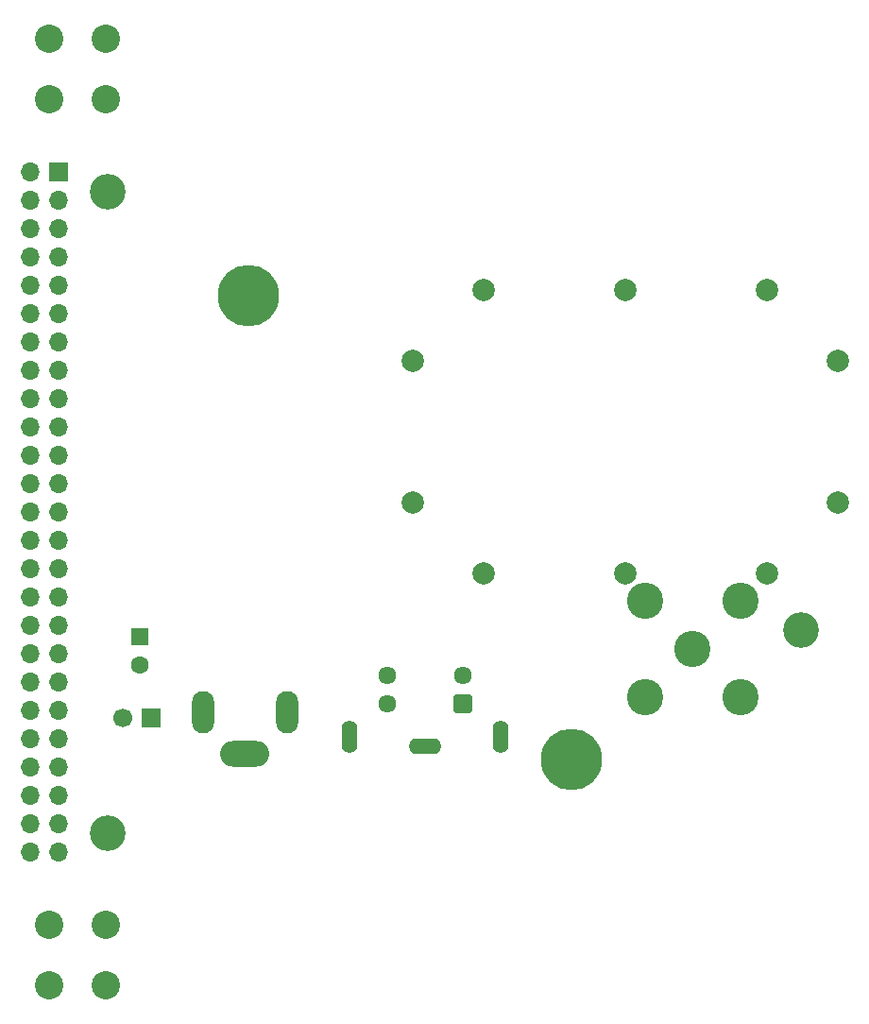
<source format=gbr>
%TF.GenerationSoftware,KiCad,Pcbnew,9.0.1+dfsg-1*%
%TF.CreationDate,2025-05-30T18:40:16+03:00*%
%TF.ProjectId,legacy_av_in,6c656761-6379-45f6-9176-5f696e2e6b69,rev?*%
%TF.SameCoordinates,Original*%
%TF.FileFunction,Soldermask,Bot*%
%TF.FilePolarity,Negative*%
%FSLAX46Y46*%
G04 Gerber Fmt 4.6, Leading zero omitted, Abs format (unit mm)*
G04 Created by KiCad (PCBNEW 9.0.1+dfsg-1) date 2025-05-30 18:40:16*
%MOMM*%
%LPD*%
G01*
G04 APERTURE LIST*
G04 Aperture macros list*
%AMRoundRect*
0 Rectangle with rounded corners*
0 $1 Rounding radius*
0 $2 $3 $4 $5 $6 $7 $8 $9 X,Y pos of 4 corners*
0 Add a 4 corners polygon primitive as box body*
4,1,4,$2,$3,$4,$5,$6,$7,$8,$9,$2,$3,0*
0 Add four circle primitives for the rounded corners*
1,1,$1+$1,$2,$3*
1,1,$1+$1,$4,$5*
1,1,$1+$1,$6,$7*
1,1,$1+$1,$8,$9*
0 Add four rect primitives between the rounded corners*
20,1,$1+$1,$2,$3,$4,$5,0*
20,1,$1+$1,$4,$5,$6,$7,0*
20,1,$1+$1,$6,$7,$8,$9,0*
20,1,$1+$1,$8,$9,$2,$3,0*%
G04 Aperture macros list end*
%ADD10R,1.700000X1.700000*%
%ADD11O,1.700000X1.700000*%
%ADD12C,2.540000*%
%ADD13C,3.200000*%
%ADD14C,2.000000*%
%ADD15C,5.500000*%
%ADD16RoundRect,0.102000X-0.704000X-0.704000X0.704000X-0.704000X0.704000X0.704000X-0.704000X0.704000X0*%
%ADD17C,1.612000*%
%ADD18O,2.934000X1.434000*%
%ADD19O,1.434000X2.934000*%
%ADD20O,2.004000X3.804000*%
%ADD21O,4.404000X2.304000*%
%ADD22R,1.600000X1.600000*%
%ADD23C,1.600000*%
%ADD24C,3.250000*%
%ADD25C,1.700000*%
G04 APERTURE END LIST*
D10*
%TO.C,J1*%
X48925790Y-27248710D03*
D11*
X46385790Y-27248710D03*
X48925790Y-29788710D03*
X46385790Y-29788710D03*
X48925790Y-32328710D03*
X46385790Y-32328710D03*
X48925790Y-34868710D03*
X46385790Y-34868710D03*
X48925790Y-37408710D03*
X46385790Y-37408710D03*
X48925790Y-39948710D03*
X46385790Y-39948710D03*
X48925790Y-42488710D03*
X46385790Y-42488710D03*
X48925790Y-45028710D03*
X46385790Y-45028710D03*
X48925790Y-47568710D03*
X46385790Y-47568710D03*
X48925790Y-50108710D03*
X46385790Y-50108710D03*
X48925790Y-52648710D03*
X46385790Y-52648710D03*
X48925790Y-55188710D03*
X46385790Y-55188710D03*
X48925790Y-57728710D03*
X46385790Y-57728710D03*
X48925790Y-60268710D03*
X46385790Y-60268710D03*
X48925790Y-62808710D03*
X46385790Y-62808710D03*
X48925790Y-65348710D03*
X46385790Y-65348710D03*
X48925790Y-67888710D03*
X46385790Y-67888710D03*
X48925790Y-70428710D03*
X46385790Y-70428710D03*
X48925790Y-72968710D03*
X46385790Y-72968710D03*
X48925790Y-75508710D03*
X46385790Y-75508710D03*
X48925790Y-78048710D03*
X46385790Y-78048710D03*
X48925790Y-80588710D03*
X46385790Y-80588710D03*
X48925790Y-83128710D03*
X46385790Y-83128710D03*
X48925790Y-85668710D03*
X46385790Y-85668710D03*
X48925790Y-88208710D03*
X46385790Y-88208710D03*
%TD*%
D12*
%TO.C,ST1*%
X53190000Y-15300000D03*
X48110000Y-15300000D03*
X53190000Y-20740000D03*
X48110000Y-20740000D03*
%TD*%
%TO.C,ST2*%
X53190000Y-94720000D03*
X48110000Y-94720000D03*
X53190000Y-100160000D03*
X48110000Y-100160000D03*
%TD*%
D13*
%TO.C,MH3*%
X115500000Y-68270000D03*
%TD*%
D14*
%TO.C,J6*%
X87020000Y-63260000D03*
X99720000Y-63260000D03*
X112420000Y-63260000D03*
X80670000Y-56910000D03*
X118770000Y-56910000D03*
X80670000Y-44210000D03*
X118770000Y-44210000D03*
X87020000Y-37860000D03*
X99720000Y-37860000D03*
X112420000Y-37860000D03*
%TD*%
D15*
%TO.C,MH4*%
X94900000Y-79930000D03*
%TD*%
D16*
%TO.C,J4*%
X85190000Y-74890000D03*
D17*
X78390000Y-74890000D03*
X85190000Y-72390000D03*
X78390000Y-72390000D03*
D18*
X81790000Y-78690000D03*
D19*
X75040000Y-77890000D03*
X88540000Y-77890000D03*
%TD*%
D13*
%TO.C,MH2*%
X53300000Y-86500000D03*
%TD*%
D20*
%TO.C,J3*%
X61887500Y-75700000D03*
X69387500Y-75700000D03*
D21*
X65637500Y-79400000D03*
%TD*%
D13*
%TO.C,MH1*%
X53300000Y-29000000D03*
%TD*%
D22*
%TO.C,C42*%
X56220000Y-68940000D03*
D23*
X56220000Y-71440000D03*
%TD*%
D24*
%TO.C,J2*%
X105780000Y-70000000D03*
X110080000Y-74300000D03*
X110080000Y-65700000D03*
X101480000Y-74300000D03*
X101480000Y-65700000D03*
%TD*%
D15*
%TO.C,MH5*%
X65950000Y-38360000D03*
%TD*%
D10*
%TO.C,J5*%
X57205000Y-76180000D03*
D25*
X54665000Y-76180000D03*
%TD*%
M02*

</source>
